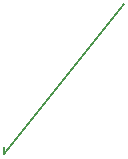
<source format=gbr>
G04 #@! TF.GenerationSoftware,KiCad,Pcbnew,(5.1.6-0-10_14)*
G04 #@! TF.CreationDate,2021-04-24T23:59:31+01:00*
G04 #@! TF.ProjectId,WiFive55,57694669-7665-4353-952e-6b696361645f,0.13*
G04 #@! TF.SameCoordinates,Original*
G04 #@! TF.FileFunction,OtherDrawing,Comment*
%FSLAX46Y46*%
G04 Gerber Fmt 4.6, Leading zero omitted, Abs format (unit mm)*
G04 Created by KiCad (PCBNEW (5.1.6-0-10_14)) date 2021-04-24 23:59:31*
%MOMM*%
%LPD*%
G01*
G04 APERTURE LIST*
%ADD10C,0.150000*%
G04 APERTURE END LIST*
D10*
X119380000Y-55880000D02*
X129540000Y-43180000D01*
X119380000Y-55245000D02*
X119380000Y-55880000D01*
M02*

</source>
